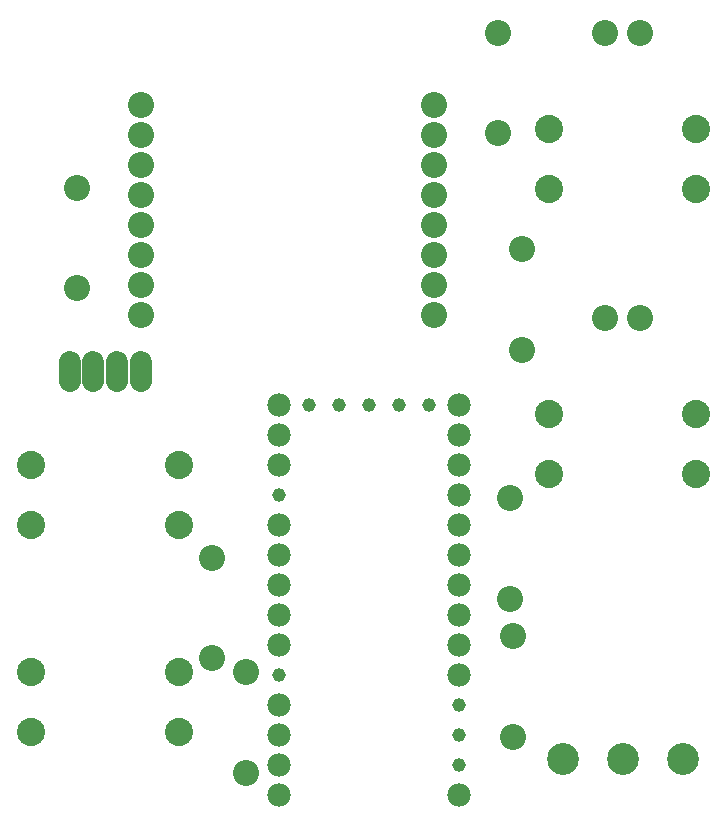
<source format=gbr>
G04 EAGLE Gerber RS-274X export*
G75*
%MOMM*%
%FSLAX34Y34*%
%LPD*%
%INSoldermask Bottom*%
%IPPOS*%
%AMOC8*
5,1,8,0,0,1.08239X$1,22.5*%
G01*
G04 Define Apertures*
%ADD10C,1.981200*%
%ADD11C,1.168400*%
%ADD12C,2.203200*%
%ADD13C,1.854200*%
%ADD14C,2.703200*%
%ADD15C,2.387600*%
D10*
X838200Y177800D03*
X838200Y203200D03*
X838200Y228600D03*
X838200Y254000D03*
X838200Y279400D03*
X838200Y304800D03*
X838200Y330200D03*
X838200Y355600D03*
X838200Y381000D03*
X838200Y406400D03*
X685800Y406400D03*
X685800Y381000D03*
X685800Y355600D03*
X685800Y304800D03*
X685800Y279400D03*
X685800Y254000D03*
X685800Y228600D03*
X685800Y203200D03*
X685800Y152400D03*
X685800Y127000D03*
X838200Y76200D03*
X685800Y76200D03*
X685800Y101600D03*
D11*
X711200Y406400D03*
X736600Y406400D03*
X762000Y406400D03*
X787400Y406400D03*
X812800Y406400D03*
X838200Y101600D03*
X838200Y127000D03*
X838200Y152400D03*
X685800Y177800D03*
X685800Y330200D03*
D12*
X514357Y589863D03*
X514357Y504863D03*
X871220Y636364D03*
X871220Y721364D03*
D13*
X508565Y442595D02*
X508565Y426085D01*
X528565Y426085D02*
X528565Y442595D01*
X548565Y442595D02*
X548565Y426085D01*
X568565Y426085D02*
X568565Y442595D01*
D14*
X925836Y106680D03*
X976636Y106680D03*
X1027436Y106680D03*
D12*
X568960Y482610D03*
X568960Y508010D03*
X568960Y533410D03*
X568960Y558810D03*
X568960Y584210D03*
X568960Y609610D03*
X568960Y635010D03*
X568960Y660410D03*
X816960Y482610D03*
X816960Y508010D03*
X816960Y533410D03*
X816960Y558810D03*
X816960Y584210D03*
X816960Y609610D03*
X816960Y635010D03*
X816960Y660410D03*
X881380Y241980D03*
X881380Y326980D03*
X629350Y276750D03*
X629350Y191750D03*
X657860Y94660D03*
X657860Y179660D03*
X883920Y125140D03*
X883920Y210140D03*
X961636Y480060D03*
X991636Y480060D03*
X891540Y452800D03*
X891540Y537800D03*
X961636Y721360D03*
X991636Y721360D03*
D15*
X476065Y304800D03*
X476065Y355600D03*
X601065Y304800D03*
X601065Y355600D03*
X476065Y129171D03*
X476065Y179971D03*
X601065Y129171D03*
X601065Y179971D03*
X914136Y347980D03*
X914136Y398780D03*
X1039136Y347980D03*
X1039136Y398780D03*
X1039136Y640080D03*
X1039136Y589280D03*
X914136Y640080D03*
X914136Y589280D03*
M02*

</source>
